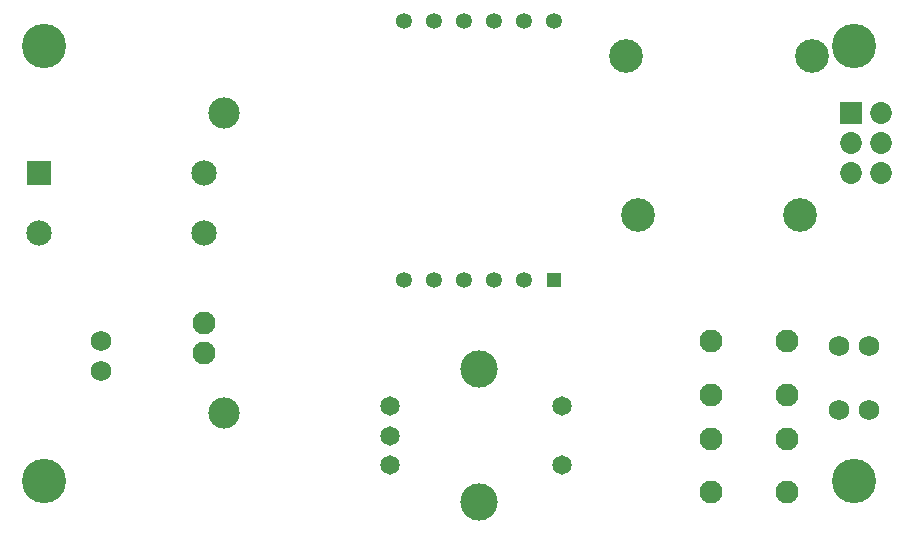
<source format=gbs>
G04 (created by PCBNEW (2013-07-07 BZR 4022)-stable) date 11/5/2013 1:48:53 AM*
%MOIN*%
G04 Gerber Fmt 3.4, Leading zero omitted, Abs format*
%FSLAX34Y34*%
G01*
G70*
G90*
G04 APERTURE LIST*
%ADD10C,0.006*%
%ADD11C,0.0847*%
%ADD12C,0.0769*%
%ADD13C,0.1044*%
%ADD14C,0.1123*%
%ADD15C,0.0768661*%
%ADD16C,0.0650551*%
%ADD17C,0.12411*%
%ADD18R,0.0493071X0.0493071*%
%ADD19C,0.0532441*%
%ADD20R,0.0729291X0.0729291*%
%ADD21C,0.0729291*%
%ADD22C,0.0689921*%
%ADD23R,0.0847402X0.0847402*%
%ADD24C,0.0847402*%
%ADD25C,0.147732*%
G04 APERTURE END LIST*
G54D10*
G54D11*
X6831Y11750D03*
X6831Y9750D03*
G54D12*
X6831Y6750D03*
X6831Y5750D03*
G54D13*
X7500Y3750D03*
X7500Y13750D03*
G54D14*
X21303Y10343D03*
X26697Y10343D03*
X20909Y15657D03*
X27091Y15657D03*
G54D15*
X23720Y2885D03*
X26279Y2885D03*
X23720Y1114D03*
X26279Y1114D03*
X23720Y6135D03*
X26279Y6135D03*
X23720Y4364D03*
X26279Y4364D03*
G54D16*
X18755Y2015D03*
X13047Y2015D03*
X13047Y3000D03*
X13047Y3984D03*
X18755Y3984D03*
G54D17*
X16000Y5204D03*
X16000Y795D03*
G54D18*
X18500Y8169D03*
G54D19*
X17500Y8169D03*
X16500Y8169D03*
X15500Y8169D03*
X14500Y8169D03*
X13500Y8169D03*
X13500Y16830D03*
X14500Y16830D03*
X15500Y16830D03*
X16500Y16830D03*
X17500Y16830D03*
X18500Y16830D03*
G54D20*
X28400Y13750D03*
G54D21*
X29400Y13750D03*
X28400Y12750D03*
X29400Y12750D03*
X28400Y11750D03*
X29400Y11750D03*
G54D22*
X28000Y3850D03*
X29000Y3850D03*
X28000Y6000D03*
X29000Y6000D03*
X3400Y6150D03*
X3400Y5150D03*
G54D23*
X1350Y11750D03*
G54D24*
X1350Y9750D03*
G54D25*
X28500Y1500D03*
X28500Y16000D03*
X1500Y1500D03*
X1500Y16000D03*
M02*

</source>
